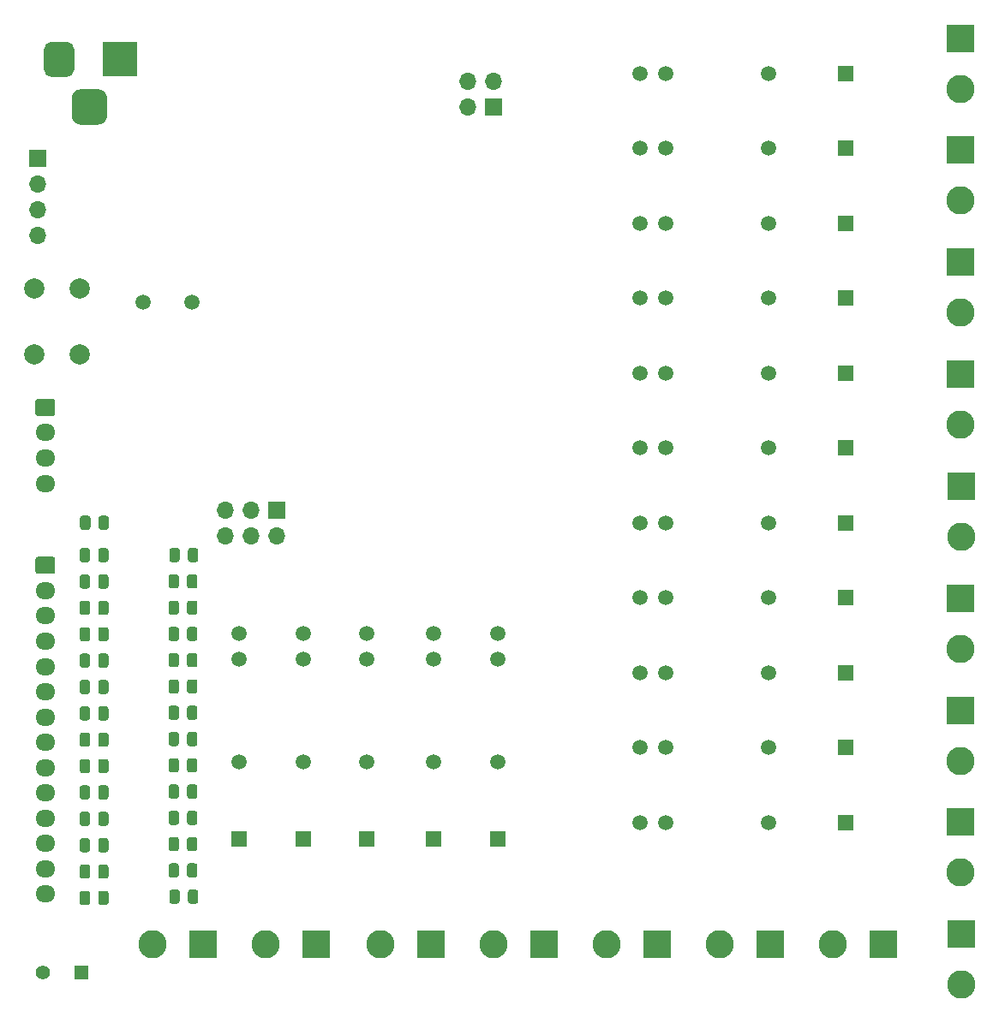
<source format=gbs>
G04 #@! TF.GenerationSoftware,KiCad,Pcbnew,(5.1.12)-1*
G04 #@! TF.CreationDate,2021-11-18T21:12:02+02:00*
G04 #@! TF.ProjectId,SmartHome,536d6172-7448-46f6-9d65-2e6b69636164,rev?*
G04 #@! TF.SameCoordinates,Original*
G04 #@! TF.FileFunction,Soldermask,Bot*
G04 #@! TF.FilePolarity,Negative*
%FSLAX46Y46*%
G04 Gerber Fmt 4.6, Leading zero omitted, Abs format (unit mm)*
G04 Created by KiCad (PCBNEW (5.1.12)-1) date 2021-11-18 21:12:02*
%MOMM*%
%LPD*%
G01*
G04 APERTURE LIST*
%ADD10R,1.700000X1.700000*%
%ADD11O,1.700000X1.700000*%
%ADD12R,1.508000X1.508000*%
%ADD13C,1.508000*%
%ADD14C,1.400000*%
%ADD15R,1.400000X1.400000*%
%ADD16O,1.950000X1.700000*%
%ADD17C,2.000000*%
%ADD18C,1.500000*%
%ADD19C,2.800000*%
%ADD20R,2.800000X2.800000*%
%ADD21R,3.500000X3.500000*%
G04 APERTURE END LIST*
G36*
G01*
X150295560Y17218239D02*
X150295560Y18118241D01*
G75*
G02*
X150545559Y18368240I249999J0D01*
G01*
X151070561Y18368240D01*
G75*
G02*
X151320560Y18118241I0J-249999D01*
G01*
X151320560Y17218239D01*
G75*
G02*
X151070561Y16968240I-249999J0D01*
G01*
X150545559Y16968240D01*
G75*
G02*
X150295560Y17218239I0J249999D01*
G01*
G37*
G36*
G01*
X148470560Y17218239D02*
X148470560Y18118241D01*
G75*
G02*
X148720559Y18368240I249999J0D01*
G01*
X149245561Y18368240D01*
G75*
G02*
X149495560Y18118241I0J-249999D01*
G01*
X149495560Y17218239D01*
G75*
G02*
X149245561Y16968240I-249999J0D01*
G01*
X148720559Y16968240D01*
G75*
G02*
X148470560Y17218239I0J249999D01*
G01*
G37*
D10*
X144264380Y53733700D03*
D11*
X144264380Y51193700D03*
X144264380Y48653700D03*
X144264380Y46113700D03*
D12*
X164208000Y-13589000D03*
D13*
X164208000Y-5969000D03*
X164208000Y4191000D03*
X164208000Y6731000D03*
D14*
X144780000Y-26797000D03*
D15*
X148590000Y-26797000D03*
D16*
X145034000Y21583000D03*
X145034000Y24083000D03*
X145034000Y26583000D03*
G36*
G01*
X144309000Y29933000D02*
X145759000Y29933000D01*
G75*
G02*
X146009000Y29683000I0J-250000D01*
G01*
X146009000Y28483000D01*
G75*
G02*
X145759000Y28233000I-250000J0D01*
G01*
X144309000Y28233000D01*
G75*
G02*
X144059000Y28483000I0J250000D01*
G01*
X144059000Y29683000D01*
G75*
G02*
X144309000Y29933000I250000J0D01*
G01*
G37*
D17*
X143913860Y40845880D03*
X148413860Y40845880D03*
X143913860Y34345880D03*
X148413860Y34345880D03*
G36*
G01*
X159126500Y-19754001D02*
X159126500Y-18853999D01*
G75*
G02*
X159376499Y-18604000I249999J0D01*
G01*
X159901501Y-18604000D01*
G75*
G02*
X160151500Y-18853999I0J-249999D01*
G01*
X160151500Y-19754001D01*
G75*
G02*
X159901501Y-20004000I-249999J0D01*
G01*
X159376499Y-20004000D01*
G75*
G02*
X159126500Y-19754001I0J249999D01*
G01*
G37*
G36*
G01*
X157301500Y-19754001D02*
X157301500Y-18853999D01*
G75*
G02*
X157551499Y-18604000I249999J0D01*
G01*
X158076501Y-18604000D01*
G75*
G02*
X158326500Y-18853999I0J-249999D01*
G01*
X158326500Y-19754001D01*
G75*
G02*
X158076501Y-20004000I-249999J0D01*
G01*
X157551499Y-20004000D01*
G75*
G02*
X157301500Y-19754001I0J249999D01*
G01*
G37*
G36*
G01*
X159046500Y-17155381D02*
X159046500Y-16255379D01*
G75*
G02*
X159296499Y-16005380I249999J0D01*
G01*
X159821501Y-16005380D01*
G75*
G02*
X160071500Y-16255379I0J-249999D01*
G01*
X160071500Y-17155381D01*
G75*
G02*
X159821501Y-17405380I-249999J0D01*
G01*
X159296499Y-17405380D01*
G75*
G02*
X159046500Y-17155381I0J249999D01*
G01*
G37*
G36*
G01*
X157221500Y-17155381D02*
X157221500Y-16255379D01*
G75*
G02*
X157471499Y-16005380I249999J0D01*
G01*
X157996501Y-16005380D01*
G75*
G02*
X158246500Y-16255379I0J-249999D01*
G01*
X158246500Y-17155381D01*
G75*
G02*
X157996501Y-17405380I-249999J0D01*
G01*
X157471499Y-17405380D01*
G75*
G02*
X157221500Y-17155381I0J249999D01*
G01*
G37*
G36*
G01*
X150260000Y-19881001D02*
X150260000Y-18980999D01*
G75*
G02*
X150509999Y-18731000I249999J0D01*
G01*
X151035001Y-18731000D01*
G75*
G02*
X151285000Y-18980999I0J-249999D01*
G01*
X151285000Y-19881001D01*
G75*
G02*
X151035001Y-20131000I-249999J0D01*
G01*
X150509999Y-20131000D01*
G75*
G02*
X150260000Y-19881001I0J249999D01*
G01*
G37*
G36*
G01*
X148435000Y-19881001D02*
X148435000Y-18980999D01*
G75*
G02*
X148684999Y-18731000I249999J0D01*
G01*
X149210001Y-18731000D01*
G75*
G02*
X149460000Y-18980999I0J-249999D01*
G01*
X149460000Y-19881001D01*
G75*
G02*
X149210001Y-20131000I-249999J0D01*
G01*
X148684999Y-20131000D01*
G75*
G02*
X148435000Y-19881001I0J249999D01*
G01*
G37*
G36*
G01*
X150260000Y-17272609D02*
X150260000Y-16372607D01*
G75*
G02*
X150509999Y-16122608I249999J0D01*
G01*
X151035001Y-16122608D01*
G75*
G02*
X151285000Y-16372607I0J-249999D01*
G01*
X151285000Y-17272609D01*
G75*
G02*
X151035001Y-17522608I-249999J0D01*
G01*
X150509999Y-17522608D01*
G75*
G02*
X150260000Y-17272609I0J249999D01*
G01*
G37*
G36*
G01*
X148435000Y-17272609D02*
X148435000Y-16372607D01*
G75*
G02*
X148684999Y-16122608I249999J0D01*
G01*
X149210001Y-16122608D01*
G75*
G02*
X149460000Y-16372607I0J-249999D01*
G01*
X149460000Y-17272609D01*
G75*
G02*
X149210001Y-17522608I-249999J0D01*
G01*
X148684999Y-17522608D01*
G75*
G02*
X148435000Y-17272609I0J249999D01*
G01*
G37*
G36*
G01*
X159046500Y-11958151D02*
X159046500Y-11058149D01*
G75*
G02*
X159296499Y-10808150I249999J0D01*
G01*
X159821501Y-10808150D01*
G75*
G02*
X160071500Y-11058149I0J-249999D01*
G01*
X160071500Y-11958151D01*
G75*
G02*
X159821501Y-12208150I-249999J0D01*
G01*
X159296499Y-12208150D01*
G75*
G02*
X159046500Y-11958151I0J249999D01*
G01*
G37*
G36*
G01*
X157221500Y-11958151D02*
X157221500Y-11058149D01*
G75*
G02*
X157471499Y-10808150I249999J0D01*
G01*
X157996501Y-10808150D01*
G75*
G02*
X158246500Y-11058149I0J-249999D01*
G01*
X158246500Y-11958151D01*
G75*
G02*
X157996501Y-12208150I-249999J0D01*
G01*
X157471499Y-12208150D01*
G75*
G02*
X157221500Y-11958151I0J249999D01*
G01*
G37*
G36*
G01*
X159046500Y-9359536D02*
X159046500Y-8459534D01*
G75*
G02*
X159296499Y-8209535I249999J0D01*
G01*
X159821501Y-8209535D01*
G75*
G02*
X160071500Y-8459534I0J-249999D01*
G01*
X160071500Y-9359536D01*
G75*
G02*
X159821501Y-9609535I-249999J0D01*
G01*
X159296499Y-9609535D01*
G75*
G02*
X159046500Y-9359536I0J249999D01*
G01*
G37*
G36*
G01*
X157221500Y-9359536D02*
X157221500Y-8459534D01*
G75*
G02*
X157471499Y-8209535I249999J0D01*
G01*
X157996501Y-8209535D01*
G75*
G02*
X158246500Y-8459534I0J-249999D01*
G01*
X158246500Y-9359536D01*
G75*
G02*
X157996501Y-9609535I-249999J0D01*
G01*
X157471499Y-9609535D01*
G75*
G02*
X157221500Y-9359536I0J249999D01*
G01*
G37*
G36*
G01*
X159046500Y-14556766D02*
X159046500Y-13656764D01*
G75*
G02*
X159296499Y-13406765I249999J0D01*
G01*
X159821501Y-13406765D01*
G75*
G02*
X160071500Y-13656764I0J-249999D01*
G01*
X160071500Y-14556766D01*
G75*
G02*
X159821501Y-14806765I-249999J0D01*
G01*
X159296499Y-14806765D01*
G75*
G02*
X159046500Y-14556766I0J249999D01*
G01*
G37*
G36*
G01*
X157221500Y-14556766D02*
X157221500Y-13656764D01*
G75*
G02*
X157471499Y-13406765I249999J0D01*
G01*
X157996501Y-13406765D01*
G75*
G02*
X158246500Y-13656764I0J-249999D01*
G01*
X158246500Y-14556766D01*
G75*
G02*
X157996501Y-14806765I-249999J0D01*
G01*
X157471499Y-14806765D01*
G75*
G02*
X157221500Y-14556766I0J249999D01*
G01*
G37*
G36*
G01*
X150260000Y-12055841D02*
X150260000Y-11155839D01*
G75*
G02*
X150509999Y-10905840I249999J0D01*
G01*
X151035001Y-10905840D01*
G75*
G02*
X151285000Y-11155839I0J-249999D01*
G01*
X151285000Y-12055841D01*
G75*
G02*
X151035001Y-12305840I-249999J0D01*
G01*
X150509999Y-12305840D01*
G75*
G02*
X150260000Y-12055841I0J249999D01*
G01*
G37*
G36*
G01*
X148435000Y-12055841D02*
X148435000Y-11155839D01*
G75*
G02*
X148684999Y-10905840I249999J0D01*
G01*
X149210001Y-10905840D01*
G75*
G02*
X149460000Y-11155839I0J-249999D01*
G01*
X149460000Y-12055841D01*
G75*
G02*
X149210001Y-12305840I-249999J0D01*
G01*
X148684999Y-12305840D01*
G75*
G02*
X148435000Y-12055841I0J249999D01*
G01*
G37*
G36*
G01*
X150260000Y-9447457D02*
X150260000Y-8547455D01*
G75*
G02*
X150509999Y-8297456I249999J0D01*
G01*
X151035001Y-8297456D01*
G75*
G02*
X151285000Y-8547455I0J-249999D01*
G01*
X151285000Y-9447457D01*
G75*
G02*
X151035001Y-9697456I-249999J0D01*
G01*
X150509999Y-9697456D01*
G75*
G02*
X150260000Y-9447457I0J249999D01*
G01*
G37*
G36*
G01*
X148435000Y-9447457D02*
X148435000Y-8547455D01*
G75*
G02*
X148684999Y-8297456I249999J0D01*
G01*
X149210001Y-8297456D01*
G75*
G02*
X149460000Y-8547455I0J-249999D01*
G01*
X149460000Y-9447457D01*
G75*
G02*
X149210001Y-9697456I-249999J0D01*
G01*
X148684999Y-9697456D01*
G75*
G02*
X148435000Y-9447457I0J249999D01*
G01*
G37*
G36*
G01*
X150260000Y-14664225D02*
X150260000Y-13764223D01*
G75*
G02*
X150509999Y-13514224I249999J0D01*
G01*
X151035001Y-13514224D01*
G75*
G02*
X151285000Y-13764223I0J-249999D01*
G01*
X151285000Y-14664225D01*
G75*
G02*
X151035001Y-14914224I-249999J0D01*
G01*
X150509999Y-14914224D01*
G75*
G02*
X150260000Y-14664225I0J249999D01*
G01*
G37*
G36*
G01*
X148435000Y-14664225D02*
X148435000Y-13764223D01*
G75*
G02*
X148684999Y-13514224I249999J0D01*
G01*
X149210001Y-13514224D01*
G75*
G02*
X149460000Y-13764223I0J-249999D01*
G01*
X149460000Y-14664225D01*
G75*
G02*
X149210001Y-14914224I-249999J0D01*
G01*
X148684999Y-14914224D01*
G75*
G02*
X148435000Y-14664225I0J249999D01*
G01*
G37*
G36*
G01*
X159046500Y-4162306D02*
X159046500Y-3262304D01*
G75*
G02*
X159296499Y-3012305I249999J0D01*
G01*
X159821501Y-3012305D01*
G75*
G02*
X160071500Y-3262304I0J-249999D01*
G01*
X160071500Y-4162306D01*
G75*
G02*
X159821501Y-4412305I-249999J0D01*
G01*
X159296499Y-4412305D01*
G75*
G02*
X159046500Y-4162306I0J249999D01*
G01*
G37*
G36*
G01*
X157221500Y-4162306D02*
X157221500Y-3262304D01*
G75*
G02*
X157471499Y-3012305I249999J0D01*
G01*
X157996501Y-3012305D01*
G75*
G02*
X158246500Y-3262304I0J-249999D01*
G01*
X158246500Y-4162306D01*
G75*
G02*
X157996501Y-4412305I-249999J0D01*
G01*
X157471499Y-4412305D01*
G75*
G02*
X157221500Y-4162306I0J249999D01*
G01*
G37*
G36*
G01*
X159046500Y-1563691D02*
X159046500Y-663689D01*
G75*
G02*
X159296499Y-413690I249999J0D01*
G01*
X159821501Y-413690D01*
G75*
G02*
X160071500Y-663689I0J-249999D01*
G01*
X160071500Y-1563691D01*
G75*
G02*
X159821501Y-1813690I-249999J0D01*
G01*
X159296499Y-1813690D01*
G75*
G02*
X159046500Y-1563691I0J249999D01*
G01*
G37*
G36*
G01*
X157221500Y-1563691D02*
X157221500Y-663689D01*
G75*
G02*
X157471499Y-413690I249999J0D01*
G01*
X157996501Y-413690D01*
G75*
G02*
X158246500Y-663689I0J-249999D01*
G01*
X158246500Y-1563691D01*
G75*
G02*
X157996501Y-1813690I-249999J0D01*
G01*
X157471499Y-1813690D01*
G75*
G02*
X157221500Y-1563691I0J249999D01*
G01*
G37*
G36*
G01*
X159046500Y-6760921D02*
X159046500Y-5860919D01*
G75*
G02*
X159296499Y-5610920I249999J0D01*
G01*
X159821501Y-5610920D01*
G75*
G02*
X160071500Y-5860919I0J-249999D01*
G01*
X160071500Y-6760921D01*
G75*
G02*
X159821501Y-7010920I-249999J0D01*
G01*
X159296499Y-7010920D01*
G75*
G02*
X159046500Y-6760921I0J249999D01*
G01*
G37*
G36*
G01*
X157221500Y-6760921D02*
X157221500Y-5860919D01*
G75*
G02*
X157471499Y-5610920I249999J0D01*
G01*
X157996501Y-5610920D01*
G75*
G02*
X158246500Y-5860919I0J-249999D01*
G01*
X158246500Y-6760921D01*
G75*
G02*
X157996501Y-7010920I-249999J0D01*
G01*
X157471499Y-7010920D01*
G75*
G02*
X157221500Y-6760921I0J249999D01*
G01*
G37*
G36*
G01*
X150260000Y-4230689D02*
X150260000Y-3330687D01*
G75*
G02*
X150509999Y-3080688I249999J0D01*
G01*
X151035001Y-3080688D01*
G75*
G02*
X151285000Y-3330687I0J-249999D01*
G01*
X151285000Y-4230689D01*
G75*
G02*
X151035001Y-4480688I-249999J0D01*
G01*
X150509999Y-4480688D01*
G75*
G02*
X150260000Y-4230689I0J249999D01*
G01*
G37*
G36*
G01*
X148435000Y-4230689D02*
X148435000Y-3330687D01*
G75*
G02*
X148684999Y-3080688I249999J0D01*
G01*
X149210001Y-3080688D01*
G75*
G02*
X149460000Y-3330687I0J-249999D01*
G01*
X149460000Y-4230689D01*
G75*
G02*
X149210001Y-4480688I-249999J0D01*
G01*
X148684999Y-4480688D01*
G75*
G02*
X148435000Y-4230689I0J249999D01*
G01*
G37*
G36*
G01*
X150260000Y-1622305D02*
X150260000Y-722303D01*
G75*
G02*
X150509999Y-472304I249999J0D01*
G01*
X151035001Y-472304D01*
G75*
G02*
X151285000Y-722303I0J-249999D01*
G01*
X151285000Y-1622305D01*
G75*
G02*
X151035001Y-1872304I-249999J0D01*
G01*
X150509999Y-1872304D01*
G75*
G02*
X150260000Y-1622305I0J249999D01*
G01*
G37*
G36*
G01*
X148435000Y-1622305D02*
X148435000Y-722303D01*
G75*
G02*
X148684999Y-472304I249999J0D01*
G01*
X149210001Y-472304D01*
G75*
G02*
X149460000Y-722303I0J-249999D01*
G01*
X149460000Y-1622305D01*
G75*
G02*
X149210001Y-1872304I-249999J0D01*
G01*
X148684999Y-1872304D01*
G75*
G02*
X148435000Y-1622305I0J249999D01*
G01*
G37*
G36*
G01*
X150260000Y-6839073D02*
X150260000Y-5939071D01*
G75*
G02*
X150509999Y-5689072I249999J0D01*
G01*
X151035001Y-5689072D01*
G75*
G02*
X151285000Y-5939071I0J-249999D01*
G01*
X151285000Y-6839073D01*
G75*
G02*
X151035001Y-7089072I-249999J0D01*
G01*
X150509999Y-7089072D01*
G75*
G02*
X150260000Y-6839073I0J249999D01*
G01*
G37*
G36*
G01*
X148435000Y-6839073D02*
X148435000Y-5939071D01*
G75*
G02*
X148684999Y-5689072I249999J0D01*
G01*
X149210001Y-5689072D01*
G75*
G02*
X149460000Y-5939071I0J-249999D01*
G01*
X149460000Y-6839073D01*
G75*
G02*
X149210001Y-7089072I-249999J0D01*
G01*
X148684999Y-7089072D01*
G75*
G02*
X148435000Y-6839073I0J249999D01*
G01*
G37*
G36*
G01*
X159046500Y3633539D02*
X159046500Y4533541D01*
G75*
G02*
X159296499Y4783540I249999J0D01*
G01*
X159821501Y4783540D01*
G75*
G02*
X160071500Y4533541I0J-249999D01*
G01*
X160071500Y3633539D01*
G75*
G02*
X159821501Y3383540I-249999J0D01*
G01*
X159296499Y3383540D01*
G75*
G02*
X159046500Y3633539I0J249999D01*
G01*
G37*
G36*
G01*
X157221500Y3633539D02*
X157221500Y4533541D01*
G75*
G02*
X157471499Y4783540I249999J0D01*
G01*
X157996501Y4783540D01*
G75*
G02*
X158246500Y4533541I0J-249999D01*
G01*
X158246500Y3633539D01*
G75*
G02*
X157996501Y3383540I-249999J0D01*
G01*
X157471499Y3383540D01*
G75*
G02*
X157221500Y3633539I0J249999D01*
G01*
G37*
G36*
G01*
X159046500Y6232154D02*
X159046500Y7132156D01*
G75*
G02*
X159296499Y7382155I249999J0D01*
G01*
X159821501Y7382155D01*
G75*
G02*
X160071500Y7132156I0J-249999D01*
G01*
X160071500Y6232154D01*
G75*
G02*
X159821501Y5982155I-249999J0D01*
G01*
X159296499Y5982155D01*
G75*
G02*
X159046500Y6232154I0J249999D01*
G01*
G37*
G36*
G01*
X157221500Y6232154D02*
X157221500Y7132156D01*
G75*
G02*
X157471499Y7382155I249999J0D01*
G01*
X157996501Y7382155D01*
G75*
G02*
X158246500Y7132156I0J-249999D01*
G01*
X158246500Y6232154D01*
G75*
G02*
X157996501Y5982155I-249999J0D01*
G01*
X157471499Y5982155D01*
G75*
G02*
X157221500Y6232154I0J249999D01*
G01*
G37*
G36*
G01*
X159046500Y1034924D02*
X159046500Y1934926D01*
G75*
G02*
X159296499Y2184925I249999J0D01*
G01*
X159821501Y2184925D01*
G75*
G02*
X160071500Y1934926I0J-249999D01*
G01*
X160071500Y1034924D01*
G75*
G02*
X159821501Y784925I-249999J0D01*
G01*
X159296499Y784925D01*
G75*
G02*
X159046500Y1034924I0J249999D01*
G01*
G37*
G36*
G01*
X157221500Y1034924D02*
X157221500Y1934926D01*
G75*
G02*
X157471499Y2184925I249999J0D01*
G01*
X157996501Y2184925D01*
G75*
G02*
X158246500Y1934926I0J-249999D01*
G01*
X158246500Y1034924D01*
G75*
G02*
X157996501Y784925I-249999J0D01*
G01*
X157471499Y784925D01*
G75*
G02*
X157221500Y1034924I0J249999D01*
G01*
G37*
G36*
G01*
X150260000Y3594463D02*
X150260000Y4494465D01*
G75*
G02*
X150509999Y4744464I249999J0D01*
G01*
X151035001Y4744464D01*
G75*
G02*
X151285000Y4494465I0J-249999D01*
G01*
X151285000Y3594463D01*
G75*
G02*
X151035001Y3344464I-249999J0D01*
G01*
X150509999Y3344464D01*
G75*
G02*
X150260000Y3594463I0J249999D01*
G01*
G37*
G36*
G01*
X148435000Y3594463D02*
X148435000Y4494465D01*
G75*
G02*
X148684999Y4744464I249999J0D01*
G01*
X149210001Y4744464D01*
G75*
G02*
X149460000Y4494465I0J-249999D01*
G01*
X149460000Y3594463D01*
G75*
G02*
X149210001Y3344464I-249999J0D01*
G01*
X148684999Y3344464D01*
G75*
G02*
X148435000Y3594463I0J249999D01*
G01*
G37*
G36*
G01*
X150260000Y6202847D02*
X150260000Y7102849D01*
G75*
G02*
X150509999Y7352848I249999J0D01*
G01*
X151035001Y7352848D01*
G75*
G02*
X151285000Y7102849I0J-249999D01*
G01*
X151285000Y6202847D01*
G75*
G02*
X151035001Y5952848I-249999J0D01*
G01*
X150509999Y5952848D01*
G75*
G02*
X150260000Y6202847I0J249999D01*
G01*
G37*
G36*
G01*
X148435000Y6202847D02*
X148435000Y7102849D01*
G75*
G02*
X148684999Y7352848I249999J0D01*
G01*
X149210001Y7352848D01*
G75*
G02*
X149460000Y7102849I0J-249999D01*
G01*
X149460000Y6202847D01*
G75*
G02*
X149210001Y5952848I-249999J0D01*
G01*
X148684999Y5952848D01*
G75*
G02*
X148435000Y6202847I0J249999D01*
G01*
G37*
G36*
G01*
X150260000Y986079D02*
X150260000Y1886081D01*
G75*
G02*
X150509999Y2136080I249999J0D01*
G01*
X151035001Y2136080D01*
G75*
G02*
X151285000Y1886081I0J-249999D01*
G01*
X151285000Y986079D01*
G75*
G02*
X151035001Y736080I-249999J0D01*
G01*
X150509999Y736080D01*
G75*
G02*
X150260000Y986079I0J249999D01*
G01*
G37*
G36*
G01*
X148435000Y986079D02*
X148435000Y1886081D01*
G75*
G02*
X148684999Y2136080I249999J0D01*
G01*
X149210001Y2136080D01*
G75*
G02*
X149460000Y1886081I0J-249999D01*
G01*
X149460000Y986079D01*
G75*
G02*
X149210001Y736080I-249999J0D01*
G01*
X148684999Y736080D01*
G75*
G02*
X148435000Y986079I0J249999D01*
G01*
G37*
G36*
G01*
X159046500Y11429384D02*
X159046500Y12329386D01*
G75*
G02*
X159296499Y12579385I249999J0D01*
G01*
X159821501Y12579385D01*
G75*
G02*
X160071500Y12329386I0J-249999D01*
G01*
X160071500Y11429384D01*
G75*
G02*
X159821501Y11179385I-249999J0D01*
G01*
X159296499Y11179385D01*
G75*
G02*
X159046500Y11429384I0J249999D01*
G01*
G37*
G36*
G01*
X157221500Y11429384D02*
X157221500Y12329386D01*
G75*
G02*
X157471499Y12579385I249999J0D01*
G01*
X157996501Y12579385D01*
G75*
G02*
X158246500Y12329386I0J-249999D01*
G01*
X158246500Y11429384D01*
G75*
G02*
X157996501Y11179385I-249999J0D01*
G01*
X157471499Y11179385D01*
G75*
G02*
X157221500Y11429384I0J249999D01*
G01*
G37*
G36*
G01*
X159126500Y14027999D02*
X159126500Y14928001D01*
G75*
G02*
X159376499Y15178000I249999J0D01*
G01*
X159901501Y15178000D01*
G75*
G02*
X160151500Y14928001I0J-249999D01*
G01*
X160151500Y14027999D01*
G75*
G02*
X159901501Y13778000I-249999J0D01*
G01*
X159376499Y13778000D01*
G75*
G02*
X159126500Y14027999I0J249999D01*
G01*
G37*
G36*
G01*
X157301500Y14027999D02*
X157301500Y14928001D01*
G75*
G02*
X157551499Y15178000I249999J0D01*
G01*
X158076501Y15178000D01*
G75*
G02*
X158326500Y14928001I0J-249999D01*
G01*
X158326500Y14027999D01*
G75*
G02*
X158076501Y13778000I-249999J0D01*
G01*
X157551499Y13778000D01*
G75*
G02*
X157301500Y14027999I0J249999D01*
G01*
G37*
G36*
G01*
X159046500Y8830769D02*
X159046500Y9730771D01*
G75*
G02*
X159296499Y9980770I249999J0D01*
G01*
X159821501Y9980770D01*
G75*
G02*
X160071500Y9730771I0J-249999D01*
G01*
X160071500Y8830769D01*
G75*
G02*
X159821501Y8580770I-249999J0D01*
G01*
X159296499Y8580770D01*
G75*
G02*
X159046500Y8830769I0J249999D01*
G01*
G37*
G36*
G01*
X157221500Y8830769D02*
X157221500Y9730771D01*
G75*
G02*
X157471499Y9980770I249999J0D01*
G01*
X157996501Y9980770D01*
G75*
G02*
X158246500Y9730771I0J-249999D01*
G01*
X158246500Y8830769D01*
G75*
G02*
X157996501Y8580770I-249999J0D01*
G01*
X157471499Y8580770D01*
G75*
G02*
X157221500Y8830769I0J249999D01*
G01*
G37*
G36*
G01*
X150260000Y11419615D02*
X150260000Y12319617D01*
G75*
G02*
X150509999Y12569616I249999J0D01*
G01*
X151035001Y12569616D01*
G75*
G02*
X151285000Y12319617I0J-249999D01*
G01*
X151285000Y11419615D01*
G75*
G02*
X151035001Y11169616I-249999J0D01*
G01*
X150509999Y11169616D01*
G75*
G02*
X150260000Y11419615I0J249999D01*
G01*
G37*
G36*
G01*
X148435000Y11419615D02*
X148435000Y12319617D01*
G75*
G02*
X148684999Y12569616I249999J0D01*
G01*
X149210001Y12569616D01*
G75*
G02*
X149460000Y12319617I0J-249999D01*
G01*
X149460000Y11419615D01*
G75*
G02*
X149210001Y11169616I-249999J0D01*
G01*
X148684999Y11169616D01*
G75*
G02*
X148435000Y11419615I0J249999D01*
G01*
G37*
G36*
G01*
X150260000Y14027999D02*
X150260000Y14928001D01*
G75*
G02*
X150509999Y15178000I249999J0D01*
G01*
X151035001Y15178000D01*
G75*
G02*
X151285000Y14928001I0J-249999D01*
G01*
X151285000Y14027999D01*
G75*
G02*
X151035001Y13778000I-249999J0D01*
G01*
X150509999Y13778000D01*
G75*
G02*
X150260000Y14027999I0J249999D01*
G01*
G37*
G36*
G01*
X148435000Y14027999D02*
X148435000Y14928001D01*
G75*
G02*
X148684999Y15178000I249999J0D01*
G01*
X149210001Y15178000D01*
G75*
G02*
X149460000Y14928001I0J-249999D01*
G01*
X149460000Y14027999D01*
G75*
G02*
X149210001Y13778000I-249999J0D01*
G01*
X148684999Y13778000D01*
G75*
G02*
X148435000Y14027999I0J249999D01*
G01*
G37*
G36*
G01*
X150260000Y8811231D02*
X150260000Y9711233D01*
G75*
G02*
X150509999Y9961232I249999J0D01*
G01*
X151035001Y9961232D01*
G75*
G02*
X151285000Y9711233I0J-249999D01*
G01*
X151285000Y8811231D01*
G75*
G02*
X151035001Y8561232I-249999J0D01*
G01*
X150509999Y8561232D01*
G75*
G02*
X150260000Y8811231I0J249999D01*
G01*
G37*
G36*
G01*
X148435000Y8811231D02*
X148435000Y9711233D01*
G75*
G02*
X148684999Y9961232I249999J0D01*
G01*
X149210001Y9961232D01*
G75*
G02*
X149460000Y9711233I0J-249999D01*
G01*
X149460000Y8811231D01*
G75*
G02*
X149210001Y8561232I-249999J0D01*
G01*
X148684999Y8561232D01*
G75*
G02*
X148435000Y8811231I0J249999D01*
G01*
G37*
D16*
X145034000Y-19038000D03*
X145034000Y-16538000D03*
X145034000Y-14038000D03*
X145034000Y-11538000D03*
X145034000Y-9038000D03*
X145034000Y-6538000D03*
X145034000Y-4038000D03*
X145034000Y-1538000D03*
X145034000Y962000D03*
X145034000Y3462000D03*
X145034000Y5962000D03*
X145034000Y8462000D03*
X145034000Y10962000D03*
G36*
G01*
X144309000Y14312000D02*
X145759000Y14312000D01*
G75*
G02*
X146009000Y14062000I0J-250000D01*
G01*
X146009000Y12862000D01*
G75*
G02*
X145759000Y12612000I-250000J0D01*
G01*
X144309000Y12612000D01*
G75*
G02*
X144059000Y12862000I0J250000D01*
G01*
X144059000Y14062000D01*
G75*
G02*
X144309000Y14312000I250000J0D01*
G01*
G37*
D18*
X159566000Y39497000D03*
X154686000Y39497000D03*
D12*
X170558000Y-13589000D03*
D13*
X170558000Y-5969000D03*
X170558000Y4191000D03*
X170558000Y6731000D03*
D12*
X183385000Y-13589000D03*
D13*
X183385000Y-5969000D03*
X183385000Y4191000D03*
X183385000Y6731000D03*
D12*
X176781000Y-13589000D03*
D13*
X176781000Y-5969000D03*
X176781000Y4191000D03*
X176781000Y6731000D03*
D12*
X224155000Y-11983330D03*
D13*
X216535000Y-11983330D03*
X206375000Y-11983330D03*
X203835000Y-11983330D03*
D12*
X189735000Y-13589000D03*
D13*
X189735000Y-5969000D03*
X189735000Y4191000D03*
X189735000Y6731000D03*
D12*
X224155000Y2833336D03*
D13*
X216535000Y2833336D03*
X206375000Y2833336D03*
X203835000Y2833336D03*
D12*
X224155000Y-4574997D03*
D13*
X216535000Y-4574997D03*
X206375000Y-4574997D03*
X203835000Y-4574997D03*
D12*
X224155000Y17650002D03*
D13*
X216535000Y17650002D03*
X206375000Y17650002D03*
X203835000Y17650002D03*
D12*
X224155000Y10241669D03*
D13*
X216535000Y10241669D03*
X206375000Y10241669D03*
X203835000Y10241669D03*
D12*
X224155000Y32466668D03*
D13*
X216535000Y32466668D03*
X206375000Y32466668D03*
X203835000Y32466668D03*
D12*
X224155000Y25058335D03*
D13*
X216535000Y25058335D03*
X206375000Y25058335D03*
X203835000Y25058335D03*
D12*
X224155000Y47283334D03*
D13*
X216535000Y47283334D03*
X206375000Y47283334D03*
X203835000Y47283334D03*
D12*
X224155000Y39875001D03*
D13*
X216535000Y39875001D03*
X206375000Y39875001D03*
X203835000Y39875001D03*
D12*
X224155000Y62100000D03*
D13*
X216535000Y62100000D03*
X206375000Y62100000D03*
X203835000Y62100000D03*
D12*
X224155000Y54691667D03*
D13*
X216535000Y54691667D03*
X206375000Y54691667D03*
X203835000Y54691667D03*
D19*
X166831000Y-24003000D03*
D20*
X171831000Y-24003000D03*
D19*
X155655000Y-24003000D03*
D20*
X160655000Y-24003000D03*
D19*
X189310000Y-24003000D03*
D20*
X194310000Y-24003000D03*
D19*
X178134000Y-24003000D03*
D20*
X183134000Y-24003000D03*
D19*
X211662000Y-24003000D03*
D20*
X216662000Y-24003000D03*
D19*
X200486000Y-24003000D03*
D20*
X205486000Y-24003000D03*
D19*
X235518960Y-27987000D03*
D20*
X235518960Y-22987000D03*
D19*
X222838000Y-24003000D03*
D20*
X227838000Y-24003000D03*
D19*
X235511340Y-5876300D03*
D20*
X235511340Y-876300D03*
D19*
X235511340Y-16931640D03*
D20*
X235511340Y-11931640D03*
D19*
X235521500Y16273780D03*
D20*
X235521500Y21273780D03*
D19*
X235516420Y5204460D03*
D20*
X235516420Y10204460D03*
D19*
X235503720Y38450520D03*
D20*
X235503720Y43450520D03*
D19*
X235511340Y27363420D03*
D20*
X235511340Y32363420D03*
D19*
X235480860Y60537080D03*
D20*
X235480860Y65537080D03*
D19*
X235508800Y49526180D03*
D20*
X235508800Y54526180D03*
D10*
X167894000Y18923000D03*
D11*
X167894000Y16383000D03*
X165354000Y18923000D03*
X165354000Y16383000D03*
X162814000Y18923000D03*
X162814000Y16383000D03*
D10*
X189357000Y58801000D03*
D11*
X186817000Y58801000D03*
X189357000Y61341000D03*
X186817000Y61341000D03*
D21*
X152400000Y63500000D03*
G36*
G01*
X144900000Y62500000D02*
X144900000Y64500000D01*
G75*
G02*
X145650000Y65250000I750000J0D01*
G01*
X147150000Y65250000D01*
G75*
G02*
X147900000Y64500000I0J-750000D01*
G01*
X147900000Y62500000D01*
G75*
G02*
X147150000Y61750000I-750000J0D01*
G01*
X145650000Y61750000D01*
G75*
G02*
X144900000Y62500000I0J750000D01*
G01*
G37*
G36*
G01*
X147650000Y57925000D02*
X147650000Y59675000D01*
G75*
G02*
X148525000Y60550000I875000J0D01*
G01*
X150275000Y60550000D01*
G75*
G02*
X151150000Y59675000I0J-875000D01*
G01*
X151150000Y57925000D01*
G75*
G02*
X150275000Y57050000I-875000J0D01*
G01*
X148525000Y57050000D01*
G75*
G02*
X147650000Y57925000I0J875000D01*
G01*
G37*
M02*

</source>
